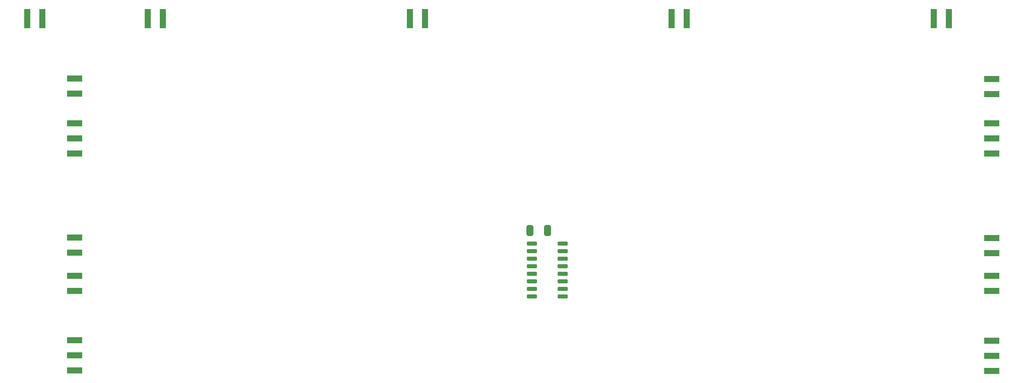
<source format=gbr>
%TF.GenerationSoftware,KiCad,Pcbnew,(6.0.7-1)-1*%
%TF.CreationDate,2022-12-02T15:50:44+01:00*%
%TF.ProjectId,3x8,3378382e-6b69-4636-9164-5f7063625858,rev?*%
%TF.SameCoordinates,Original*%
%TF.FileFunction,Paste,Bot*%
%TF.FilePolarity,Positive*%
%FSLAX46Y46*%
G04 Gerber Fmt 4.6, Leading zero omitted, Abs format (unit mm)*
G04 Created by KiCad (PCBNEW (6.0.7-1)-1) date 2022-12-02 15:50:44*
%MOMM*%
%LPD*%
G01*
G04 APERTURE LIST*
G04 Aperture macros list*
%AMRoundRect*
0 Rectangle with rounded corners*
0 $1 Rounding radius*
0 $2 $3 $4 $5 $6 $7 $8 $9 X,Y pos of 4 corners*
0 Add a 4 corners polygon primitive as box body*
4,1,4,$2,$3,$4,$5,$6,$7,$8,$9,$2,$3,0*
0 Add four circle primitives for the rounded corners*
1,1,$1+$1,$2,$3*
1,1,$1+$1,$4,$5*
1,1,$1+$1,$6,$7*
1,1,$1+$1,$8,$9*
0 Add four rect primitives between the rounded corners*
20,1,$1+$1,$2,$3,$4,$5,0*
20,1,$1+$1,$4,$5,$6,$7,0*
20,1,$1+$1,$6,$7,$8,$9,0*
20,1,$1+$1,$8,$9,$2,$3,0*%
G04 Aperture macros list end*
%ADD10R,2.600000X1.020000*%
%ADD11R,1.020000X3.200000*%
%ADD12RoundRect,0.150000X0.725000X0.150000X-0.725000X0.150000X-0.725000X-0.150000X0.725000X-0.150000X0*%
%ADD13RoundRect,0.250000X-0.325000X-0.650000X0.325000X-0.650000X0.325000X0.650000X-0.325000X0.650000X0*%
G04 APERTURE END LIST*
D10*
%TO.C,J19*%
X182020000Y-79110000D03*
X182020000Y-81650000D03*
%TD*%
%TO.C,J16*%
X27970000Y-95000000D03*
X27970000Y-92460000D03*
X27970000Y-89920000D03*
%TD*%
D11*
%TO.C,J2*%
X40280000Y-35810000D03*
X42820000Y-35810000D03*
%TD*%
D10*
%TO.C,J13*%
X182030000Y-53475000D03*
X182030000Y-56015000D03*
X182030000Y-58555000D03*
%TD*%
D12*
%TO.C,UI1*%
X109936904Y-73635000D03*
X109936904Y-74905000D03*
X109936904Y-76175000D03*
X109936904Y-77445000D03*
X109936904Y-78715000D03*
X109936904Y-79985000D03*
X109936904Y-81255000D03*
X109936904Y-82525000D03*
X104786904Y-82525000D03*
X104786904Y-81255000D03*
X104786904Y-79985000D03*
X104786904Y-78715000D03*
X104786904Y-77445000D03*
X104786904Y-76175000D03*
X104786904Y-74905000D03*
X104786904Y-73635000D03*
%TD*%
D10*
%TO.C,J14*%
X27980000Y-48450000D03*
X27980000Y-45910000D03*
%TD*%
%TO.C,J17*%
X182030000Y-90000000D03*
X182030000Y-92540000D03*
X182030000Y-95080000D03*
%TD*%
D11*
%TO.C,J3*%
X84280000Y-35810000D03*
X86820000Y-35810000D03*
%TD*%
D13*
%TO.C,CI1*%
X104485000Y-71440000D03*
X107435000Y-71440000D03*
%TD*%
D10*
%TO.C,J20*%
X27980000Y-75180000D03*
X27980000Y-72640000D03*
%TD*%
%TO.C,J18*%
X27980000Y-81590000D03*
X27980000Y-79050000D03*
%TD*%
D11*
%TO.C,J10*%
X20080000Y-35810000D03*
X22620000Y-35810000D03*
%TD*%
D10*
%TO.C,J21*%
X182020000Y-72700000D03*
X182020000Y-75240000D03*
%TD*%
%TO.C,J15*%
X182020000Y-45970000D03*
X182020000Y-48510000D03*
%TD*%
%TO.C,J12*%
X27970000Y-58475000D03*
X27970000Y-55935000D03*
X27970000Y-53395000D03*
%TD*%
D11*
%TO.C,J5*%
X172280000Y-35810000D03*
X174820000Y-35810000D03*
%TD*%
%TO.C,J4*%
X128280000Y-35810000D03*
X130820000Y-35810000D03*
%TD*%
M02*

</source>
